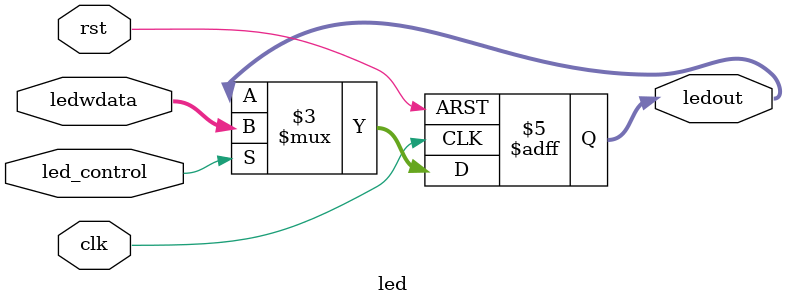
<source format=sv>
module led (
    input clk,  // 时钟信号
    input rst,  // 复位信号
    input led_control,
    input [23:0] ledwdata,  //  写到LED模块的数据，注意数据线只有16根
    output reg [23:0] ledout  //  向板子上输出的24位LED信号
);
    always @(posedge clk or posedge rst) begin
        if (rst) begin
            ledout <= 24'h000000;
        end else if (led_control) begin
            ledout[23:0] <= ledwdata;
        end else begin
            ledout <= ledout;
        end
    end
endmodule

</source>
